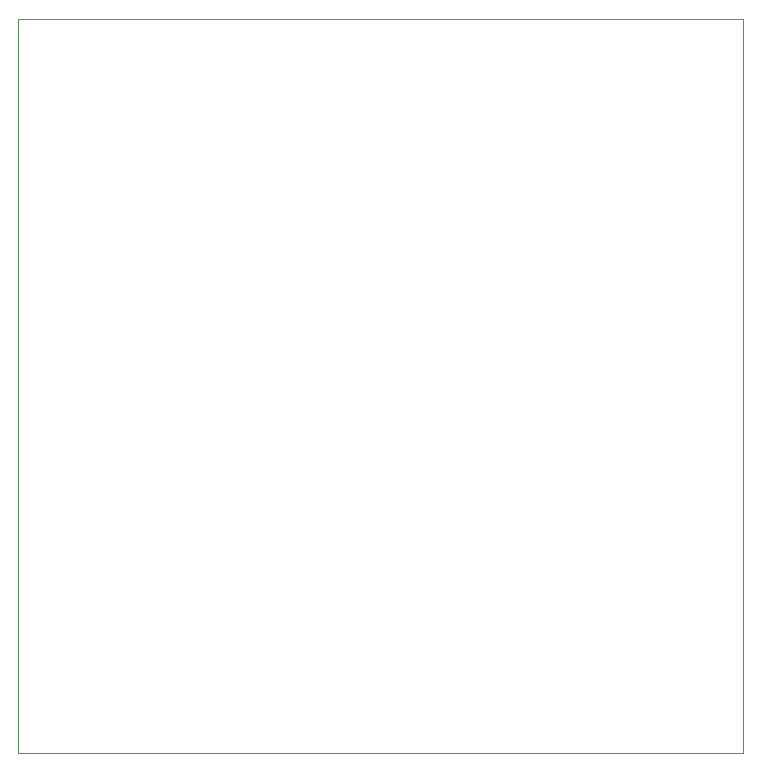
<source format=gbr>
%TF.GenerationSoftware,KiCad,Pcbnew,9.0.2*%
%TF.CreationDate,2025-07-11T15:40:20+10:00*%
%TF.ProjectId,Exportable hackpad pccb,4578706f-7274-4616-926c-65206861636b,rev?*%
%TF.SameCoordinates,Original*%
%TF.FileFunction,Profile,NP*%
%FSLAX46Y46*%
G04 Gerber Fmt 4.6, Leading zero omitted, Abs format (unit mm)*
G04 Created by KiCad (PCBNEW 9.0.2) date 2025-07-11 15:40:20*
%MOMM*%
%LPD*%
G01*
G04 APERTURE LIST*
%TA.AperFunction,Profile*%
%ADD10C,0.050000*%
%TD*%
G04 APERTURE END LIST*
D10*
X121108750Y-73120000D02*
X182478750Y-73120000D01*
X182478750Y-135330000D01*
X121108750Y-135330000D01*
X121108750Y-73120000D01*
M02*

</source>
